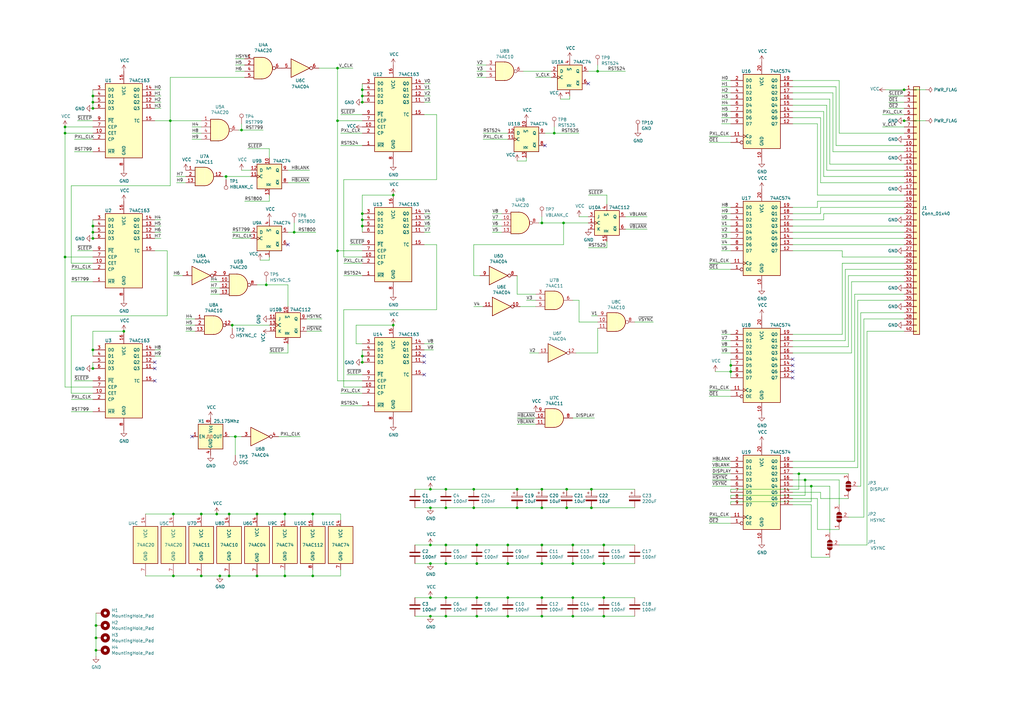
<source format=kicad_sch>
(kicad_sch (version 20211123) (generator eeschema)
  (paper "A3")
  (title_block (title "VGA Timing Generator") (date "2021-08-04") (rev "A"))
  (junction (at 182.88 231.14))
  (junction (at 182.88 245.11))
  (junction (at 109.22 116.84))
  (junction (at 39.37 266.7))
  (junction (at 208.28 231.14))
  (junction (at 176.53 231.14))
  (junction (at 247.65 252.73))
  (junction (at 148.59 41.91))
  (junction (at 232.41 208.28))
  (junction (at 138.43 27.94))
  (junction (at 208.28 245.11))
  (junction (at 195.58 245.11))
  (junction (at 182.88 208.28))
  (junction (at 38.1 143.51))
  (junction (at 332.74 199.39))
  (junction (at 138.43 102.87))
  (junction (at 182.88 200.66))
  (junction (at 71.12 210.82))
  (junction (at 176.53 200.66))
  (junction (at 161.29 133.35))
  (junction (at 116.84 210.82))
  (junction (at 38.1 41.91))
  (junction (at 195.58 231.14))
  (junction (at 222.25 208.28))
  (junction (at 208.28 223.52))
  (junction (at 148.59 87.63))
  (junction (at 222.25 223.52))
  (junction (at 182.88 252.73))
  (junction (at 50.8 135.89))
  (junction (at 194.31 200.66))
  (junction (at 176.53 223.52))
  (junction (at 195.58 223.52))
  (junction (at 88.9 210.82))
  (junction (at 39.37 256.54))
  (junction (at 148.59 39.37))
  (junction (at 96.52 179.07))
  (junction (at 38.1 97.79))
  (junction (at 232.41 200.66))
  (junction (at 148.59 146.05))
  (junction (at 234.95 245.11))
  (junction (at 71.12 236.22))
  (junction (at 194.31 208.28))
  (junction (at 26.67 52.07))
  (junction (at 38.1 151.13))
  (junction (at 176.53 245.11))
  (junction (at 69.85 49.53))
  (junction (at 39.37 261.62))
  (junction (at 116.84 236.22))
  (junction (at 242.57 200.66))
  (junction (at 148.59 92.71))
  (junction (at 212.09 208.28))
  (junction (at 222.25 245.11))
  (junction (at 38.1 95.25))
  (junction (at 222.25 252.73))
  (junction (at 247.65 231.14))
  (junction (at 222.25 200.66))
  (junction (at 299.72 152.4))
  (junction (at 370.84 36.83))
  (junction (at 370.84 49.53))
  (junction (at 38.1 39.37))
  (junction (at 95.25 133.35))
  (junction (at 299.72 149.86))
  (junction (at 234.95 252.73))
  (junction (at 330.2 196.85))
  (junction (at 176.53 252.73))
  (junction (at 176.53 208.28))
  (junction (at 222.25 91.44))
  (junction (at 231.14 91.44))
  (junction (at 212.09 200.66))
  (junction (at 327.66 194.31))
  (junction (at 105.41 210.82))
  (junction (at 161.29 80.01))
  (junction (at 195.58 252.73))
  (junction (at 105.41 236.22))
  (junction (at 93.98 236.22))
  (junction (at 82.55 210.82))
  (junction (at 26.67 54.61))
  (junction (at 208.28 252.73))
  (junction (at 128.27 210.82))
  (junction (at 247.65 223.52))
  (junction (at 99.06 53.34))
  (junction (at 222.25 231.14))
  (junction (at 120.65 95.25))
  (junction (at 242.57 208.28))
  (junction (at 182.88 223.52))
  (junction (at 245.11 29.21))
  (junction (at 92.71 72.39))
  (junction (at 128.27 236.22))
  (junction (at 38.1 44.45))
  (junction (at 227.33 54.61))
  (junction (at 26.67 105.41))
  (junction (at 93.98 210.82))
  (junction (at 90.17 236.22))
  (junction (at 234.95 223.52))
  (junction (at 138.43 49.53))
  (junction (at 38.1 92.71))
  (junction (at 234.95 231.14))
  (junction (at 148.59 36.83))
  (junction (at 148.59 90.17))
  (junction (at 247.65 245.11))
  (junction (at 82.55 236.22))
  (junction (at 148.59 148.59))
  (no_connect (at 325.12 147.32))
  (no_connect (at 63.5 151.13))
  (no_connect (at 325.12 149.86))
  (no_connect (at 78.74 179.07))
  (no_connect (at 241.3 34.29))
  (no_connect (at 173.99 146.05))
  (no_connect (at 223.52 59.69))
  (no_connect (at 173.99 148.59))
  (no_connect (at 118.11 100.33))
  (no_connect (at 325.12 154.94))
  (no_connect (at 63.5 148.59))
  (no_connect (at 63.5 156.21))
  (no_connect (at 325.12 152.4))
  (no_connect (at 173.99 153.67))
  (wire (pts (xy 148.59 158.75) (xy 140.97 158.75)))
  (wire (pts (xy 332.74 199.39) (xy 325.12 199.39)))
  (wire (pts (xy 38.1 90.17) (xy 38.1 92.71)))
  (wire (pts (xy 68.58 102.87) (xy 68.58 129.54)))
  (wire (pts (xy 340.36 199.39) (xy 332.74 199.39)))
  (wire (pts (xy 148.59 39.37) (xy 148.59 41.91)))
  (wire (pts (xy 370.84 128.27) (xy 353.06 128.27)))
  (wire (pts (xy 327.66 200.66) (xy 299.72 200.66)))
  (wire (pts (xy 332.74 228.6) (xy 340.36 228.6)))
  (wire (pts (xy 290.83 110.49) (xy 299.72 110.49)))
  (wire (pts (xy 92.71 73.66) (xy 92.71 72.39)))
  (wire (pts (xy 176.53 231.14) (xy 170.18 231.14)))
  (wire (pts (xy 290.83 58.42) (xy 299.72 58.42)))
  (wire (pts (xy 231.14 91.44) (xy 241.3 91.44)))
  (wire (pts (xy 234.95 223.52) (xy 247.65 223.52)))
  (wire (pts (xy 299.72 152.4) (xy 299.72 149.86)))
  (wire (pts (xy 295.91 92.71) (xy 299.72 92.71)))
  (wire (pts (xy 248.92 101.6) (xy 248.92 99.06)))
  (wire (pts (xy 370.84 54.61) (xy 344.17 54.61)))
  (wire (pts (xy 93.98 236.22) (xy 90.17 236.22)))
  (wire (pts (xy 370.84 59.69) (xy 342.9 59.69)))
  (wire (pts (xy 148.59 36.83) (xy 148.59 39.37)))
  (wire (pts (xy 95.25 134.62) (xy 95.25 133.35)))
  (wire (pts (xy 325.12 207.01) (xy 332.74 207.01)))
  (wire (pts (xy 290.83 160.02) (xy 299.72 160.02)))
  (wire (pts (xy 350.52 120.65) (xy 350.52 189.23)))
  (wire (pts (xy 355.6 223.52) (xy 344.17 223.52)))
  (wire (pts (xy 325.12 92.71) (xy 370.84 92.71)))
  (wire (pts (xy 337.82 87.63) (xy 370.84 87.63)))
  (wire (pts (xy 370.84 36.83) (xy 363.22 36.83)))
  (wire (pts (xy 139.7 166.37) (xy 148.59 166.37)))
  (wire (pts (xy 116.84 210.82) (xy 116.84 213.36)))
  (wire (pts (xy 148.59 146.05) (xy 148.59 143.51)))
  (wire (pts (xy 290.83 107.95) (xy 299.72 107.95)))
  (wire (pts (xy 295.91 38.1) (xy 299.72 38.1)))
  (wire (pts (xy 295.91 35.56) (xy 299.72 35.56)))
  (wire (pts (xy 146.05 133.35) (xy 161.29 133.35)))
  (wire (pts (xy 66.04 39.37) (xy 63.5 39.37)))
  (wire (pts (xy 140.97 113.03) (xy 148.59 113.03)))
  (wire (pts (xy 110.49 82.55) (xy 110.49 80.01)))
  (wire (pts (xy 105.41 236.22) (xy 116.84 236.22)))
  (wire (pts (xy 99.06 69.85) (xy 102.87 69.85)))
  (wire (pts (xy 234.95 245.11) (xy 222.25 245.11)))
  (wire (pts (xy 110.49 105.41) (xy 110.49 106.68)))
  (wire (pts (xy 144.78 27.94) (xy 138.43 27.94)))
  (wire (pts (xy 66.04 36.83) (xy 63.5 36.83)))
  (wire (pts (xy 38.1 135.89) (xy 50.8 135.89)))
  (wire (pts (xy 295.91 97.79) (xy 299.72 97.79)))
  (wire (pts (xy 299.72 205.74) (xy 299.72 207.01)))
  (wire (pts (xy 170.18 252.73) (xy 176.53 252.73)))
  (wire (pts (xy 143.51 100.33) (xy 148.59 100.33)))
  (wire (pts (xy 214.63 29.21) (xy 226.06 29.21)))
  (wire (pts (xy 227.33 52.07) (xy 227.33 54.61)))
  (wire (pts (xy 72.39 74.93) (xy 76.2 74.93)))
  (wire (pts (xy 176.53 252.73) (xy 182.88 252.73)))
  (wire (pts (xy 241.3 88.9) (xy 237.49 88.9)))
  (wire (pts (xy 330.2 196.85) (xy 344.17 196.85)))
  (wire (pts (xy 142.24 153.67) (xy 148.59 153.67)))
  (wire (pts (xy 212.09 208.28) (xy 194.31 208.28)))
  (wire (pts (xy 337.82 45.72) (xy 337.82 72.39)))
  (wire (pts (xy 260.35 231.14) (xy 247.65 231.14)))
  (wire (pts (xy 335.28 204.47) (xy 335.28 217.17)))
  (wire (pts (xy 339.09 43.18) (xy 325.12 43.18)))
  (wire (pts (xy 222.25 91.44) (xy 220.98 91.44)))
  (wire (pts (xy 38.1 143.51) (xy 38.1 135.89)))
  (wire (pts (xy 78.74 52.07) (xy 82.55 52.07)))
  (wire (pts (xy 295.91 50.8) (xy 299.72 50.8)))
  (wire (pts (xy 241.3 80.01) (xy 248.92 80.01)))
  (wire (pts (xy 110.49 106.68) (xy 106.68 106.68)))
  (wire (pts (xy 176.53 90.17) (xy 173.99 90.17)))
  (wire (pts (xy 110.49 144.78) (xy 118.11 144.78)))
  (wire (pts (xy 299.72 149.86) (xy 299.72 147.32)))
  (wire (pts (xy 182.88 252.73) (xy 195.58 252.73)))
  (wire (pts (xy 138.43 27.94) (xy 138.43 49.53)))
  (wire (pts (xy 139.7 210.82) (xy 139.7 213.36)))
  (wire (pts (xy 140.97 73.66) (xy 140.97 105.41)))
  (wire (pts (xy 370.84 107.95) (xy 345.44 107.95)))
  (wire (pts (xy 176.53 34.29) (xy 173.99 34.29)))
  (wire (pts (xy 223.52 54.61) (xy 227.33 54.61)))
  (wire (pts (xy 38.1 148.59) (xy 38.1 151.13)))
  (wire (pts (xy 330.2 203.2) (xy 299.72 203.2)))
  (wire (pts (xy 295.91 100.33) (xy 299.72 100.33)))
  (wire (pts (xy 76.2 133.35) (xy 80.01 133.35)))
  (wire (pts (xy 327.66 194.31) (xy 347.98 194.31)))
  (wire (pts (xy 208.28 245.11) (xy 195.58 245.11)))
  (wire (pts (xy 86.36 115.57) (xy 90.17 115.57)))
  (wire (pts (xy 39.37 251.46) (xy 39.37 256.54)))
  (wire (pts (xy 69.85 49.53) (xy 82.55 49.53)))
  (wire (pts (xy 195.58 26.67) (xy 199.39 26.67)))
  (wire (pts (xy 128.27 210.82) (xy 139.7 210.82)))
  (wire (pts (xy 95.25 97.79) (xy 102.87 97.79)))
  (wire (pts (xy 325.12 191.77) (xy 351.79 191.77)))
  (wire (pts (xy 247.65 231.14) (xy 234.95 231.14)))
  (wire (pts (xy 248.92 80.01) (xy 248.92 83.82)))
  (wire (pts (xy 194.31 200.66) (xy 212.09 200.66)))
  (wire (pts (xy 325.12 97.79) (xy 370.84 97.79)))
  (wire (pts (xy 118.11 144.78) (xy 118.11 140.97)))
  (wire (pts (xy 292.1 191.77) (xy 299.72 191.77)))
  (wire (pts (xy 201.93 90.17) (xy 205.74 90.17)))
  (wire (pts (xy 353.06 199.39) (xy 351.79 199.39)))
  (wire (pts (xy 96.52 29.21) (xy 100.33 29.21)))
  (wire (pts (xy 128.27 210.82) (xy 128.27 213.36)))
  (wire (pts (xy 105.41 116.84) (xy 109.22 116.84)))
  (wire (pts (xy 66.04 97.79) (xy 63.5 97.79)))
  (wire (pts (xy 327.66 194.31) (xy 327.66 200.66)))
  (wire (pts (xy 38.1 107.95) (xy 29.21 107.95)))
  (wire (pts (xy 182.88 245.11) (xy 176.53 245.11)))
  (wire (pts (xy 179.07 46.99) (xy 173.99 46.99)))
  (wire (pts (xy 295.91 33.02) (xy 299.72 33.02)))
  (wire (pts (xy 170.18 223.52) (xy 176.53 223.52)))
  (wire (pts (xy 336.55 48.26) (xy 325.12 48.26)))
  (wire (pts (xy 335.28 82.55) (xy 335.28 85.09)))
  (wire (pts (xy 88.9 210.82) (xy 93.98 210.82)))
  (wire (pts (xy 241.3 29.21) (xy 245.11 29.21)))
  (wire (pts (xy 148.59 87.63) (xy 148.59 80.01)))
  (wire (pts (xy 345.44 102.87) (xy 325.12 102.87)))
  (wire (pts (xy 234.95 123.19) (xy 237.49 123.19)))
  (wire (pts (xy 38.1 39.37) (xy 38.1 41.91)))
  (wire (pts (xy 29.21 129.54) (xy 68.58 129.54)))
  (wire (pts (xy 231.14 91.44) (xy 231.14 100.33)))
  (wire (pts (xy 176.53 39.37) (xy 173.99 39.37)))
  (wire (pts (xy 177.8 143.51) (xy 173.99 143.51)))
  (wire (pts (xy 179.07 46.99) (xy 179.07 73.66)))
  (wire (pts (xy 345.44 137.16) (xy 345.44 107.95)))
  (wire (pts (xy 39.37 256.54) (xy 39.37 261.62)))
  (wire (pts (xy 29.21 163.83) (xy 38.1 163.83)))
  (wire (pts (xy 31.75 102.87) (xy 38.1 102.87)))
  (wire (pts (xy 31.75 49.53) (xy 38.1 49.53)))
  (wire (pts (xy 140.97 127) (xy 179.07 127)))
  (wire (pts (xy 140.97 107.95) (xy 148.59 107.95)))
  (wire (pts (xy 99.06 50.8) (xy 99.06 53.34)))
  (wire (pts (xy 69.85 49.53) (xy 69.85 31.75)))
  (wire (pts (xy 325.12 201.93) (xy 336.55 201.93)))
  (wire (pts (xy 208.28 223.52) (xy 222.25 223.52)))
  (wire (pts (xy 325.12 50.8) (xy 335.28 50.8)))
  (wire (pts (xy 148.59 87.63) (xy 148.59 90.17)))
  (wire (pts (xy 370.84 115.57) (xy 349.25 115.57)))
  (wire (pts (xy 176.53 208.28) (xy 170.18 208.28)))
  (wire (pts (xy 201.93 95.25) (xy 205.74 95.25)))
  (wire (pts (xy 222.25 208.28) (xy 212.09 208.28)))
  (wire (pts (xy 82.55 236.22) (xy 71.12 236.22)))
  (wire (pts (xy 364.49 44.45) (xy 370.84 44.45)))
  (wire (pts (xy 212.09 66.04) (xy 215.9 66.04)))
  (wire (pts (xy 130.81 27.94) (xy 138.43 27.94)))
  (wire (pts (xy 292.1 194.31) (xy 299.72 194.31)))
  (wire (pts (xy 332.74 207.01) (xy 332.74 228.6)))
  (wire (pts (xy 265.43 88.9) (xy 256.54 88.9)))
  (wire (pts (xy 349.25 144.78) (xy 349.25 115.57)))
  (wire (pts (xy 195.58 245.11) (xy 182.88 245.11)))
  (wire (pts (xy 332.74 199.39) (xy 332.74 205.74)))
  (wire (pts (xy 336.55 85.09) (xy 370.84 85.09)))
  (wire (pts (xy 344.17 33.02) (xy 344.17 54.61)))
  (wire (pts (xy 247.65 223.52) (xy 260.35 223.52)))
  (wire (pts (xy 198.12 57.15) (xy 208.28 57.15)))
  (wire (pts (xy 140.97 105.41) (xy 148.59 105.41)))
  (wire (pts (xy 123.19 179.07) (xy 114.3 179.07)))
  (wire (pts (xy 26.67 105.41) (xy 26.67 158.75)))
  (wire (pts (xy 219.71 31.75) (xy 226.06 31.75)))
  (wire (pts (xy 66.04 146.05) (xy 63.5 146.05)))
  (wire (pts (xy 176.53 223.52) (xy 182.88 223.52)))
  (wire (pts (xy 38.1 52.07) (xy 26.67 52.07)))
  (wire (pts (xy 295.91 139.7) (xy 299.72 139.7)))
  (wire (pts (xy 139.7 54.61) (xy 148.59 54.61)))
  (wire (pts (xy 325.12 194.31) (xy 327.66 194.31)))
  (wire (pts (xy 78.74 57.15) (xy 82.55 57.15)))
  (wire (pts (xy 222.25 231.14) (xy 208.28 231.14)))
  (wire (pts (xy 176.53 245.11) (xy 170.18 245.11)))
  (wire (pts (xy 26.67 54.61) (xy 26.67 105.41)))
  (wire (pts (xy 110.49 60.96) (xy 110.49 64.77)))
  (wire (pts (xy 66.04 143.51) (xy 63.5 143.51)))
  (wire (pts (xy 198.12 54.61) (xy 208.28 54.61)))
  (wire (pts (xy 118.11 95.25) (xy 120.65 95.25)))
  (wire (pts (xy 139.7 161.29) (xy 148.59 161.29)))
  (wire (pts (xy 354.33 212.09) (xy 347.98 212.09)))
  (wire (pts (xy 299.72 154.94) (xy 299.72 152.4)))
  (wire (pts (xy 370.84 130.81) (xy 354.33 130.81)))
  (wire (pts (xy 245.11 29.21) (xy 256.54 29.21)))
  (wire (pts (xy 208.28 231.14) (xy 195.58 231.14)))
  (wire (pts (xy 39.37 261.62) (xy 39.37 266.7)))
  (wire (pts (xy 38.1 105.41) (xy 26.67 105.41)))
  (wire (pts (xy 325.12 87.63) (xy 336.55 87.63)))
  (wire (pts (xy 325.12 100.33) (xy 370.84 100.33)))
  (wire (pts (xy 222.25 245.11) (xy 208.28 245.11)))
  (wire (pts (xy 245.11 26.67) (xy 245.11 29.21)))
  (wire (pts (xy 222.25 252.73) (xy 234.95 252.73)))
  (wire (pts (xy 344.17 33.02) (xy 325.12 33.02)))
  (wire (pts (xy 195.58 223.52) (xy 208.28 223.52)))
  (wire (pts (xy 245.11 132.08) (xy 237.49 132.08)))
  (wire (pts (xy 176.53 87.63) (xy 173.99 87.63)))
  (wire (pts (xy 148.59 90.17) (xy 148.59 92.71)))
  (wire (pts (xy 227.33 54.61) (xy 237.49 54.61)))
  (wire (pts (xy 335.28 50.8) (xy 335.28 80.01)))
  (wire (pts (xy 335.28 80.01) (xy 370.84 80.01)))
  (wire (pts (xy 138.43 102.87) (xy 138.43 156.21)))
  (wire (pts (xy 78.74 54.61) (xy 82.55 54.61)))
  (wire (pts (xy 176.53 200.66) (xy 182.88 200.66)))
  (wire (pts (xy 213.36 125.73) (xy 219.71 125.73)))
  (wire (pts (xy 364.49 39.37) (xy 370.84 39.37)))
  (wire (pts (xy 196.85 113.03) (xy 194.31 113.03)))
  (wire (pts (xy 339.09 43.18) (xy 339.09 69.85)))
  (wire (pts (xy 116.84 236.22) (xy 128.27 236.22)))
  (wire (pts (xy 69.85 49.53) (xy 63.5 49.53)))
  (wire (pts (xy 182.88 208.28) (xy 194.31 208.28)))
  (wire (pts (xy 116.84 236.22) (xy 116.84 233.68)))
  (wire (pts (xy 140.97 158.75) (xy 140.97 127)))
  (wire (pts (xy 243.84 171.45) (xy 234.95 171.45)))
  (wire (pts (xy 232.41 208.28) (xy 222.25 208.28)))
  (wire (pts (xy 212.09 173.99) (xy 219.71 173.99)))
  (wire (pts (xy 148.59 92.71) (xy 148.59 95.25)))
  (wire (pts (xy 76.2 130.81) (xy 80.01 130.81)))
  (wire (pts (xy 247.65 245.11) (xy 234.95 245.11)))
  (wire (pts (xy 234.95 252.73) (xy 247.65 252.73)))
  (wire (pts (xy 139.7 236.22) (xy 139.7 233.68)))
  (wire (pts (xy 344.17 196.85) (xy 344.17 207.01)))
  (wire (pts (xy 86.36 120.65) (xy 90.17 120.65)))
  (wire (pts (xy 325.12 45.72) (xy 337.82 45.72)))
  (wire (pts (xy 370.84 120.65) (xy 350.52 120.65)))
  (wire (pts (xy 194.31 200.66) (xy 182.88 200.66)))
  (wire (pts (xy 215.9 123.19) (xy 219.71 123.19)))
  (wire (pts (xy 29.21 76.2) (xy 69.85 76.2)))
  (wire (pts (xy 176.53 36.83) (xy 173.99 36.83)))
  (wire (pts (xy 128.27 236.22) (xy 139.7 236.22)))
  (wire (pts (xy 92.71 72.39) (xy 102.87 72.39)))
  (wire (pts (xy 295.91 90.17) (xy 299.72 90.17)))
  (wire (pts (xy 39.37 266.7) (xy 39.37 269.24)))
  (wire (pts (xy 215.9 66.04) (xy 215.9 64.77)))
  (wire (pts (xy 195.58 231.14) (xy 182.88 231.14)))
  (wire (pts (xy 299.72 203.2) (xy 299.72 204.47)))
  (wire (pts (xy 325.12 196.85) (xy 330.2 196.85)))
  (wire (pts (xy 336.55 74.93) (xy 370.84 74.93)))
  (wire (pts (xy 233.68 40.64) (xy 233.68 39.37)))
  (wire (pts (xy 234.95 231.14) (xy 222.25 231.14)))
  (wire (pts (xy 245.11 134.62) (xy 245.11 144.78)))
  (wire (pts (xy 29.21 161.29) (xy 29.21 129.54)))
  (wire (pts (xy 109.22 116.84) (xy 118.11 116.84)))
  (wire (pts (xy 201.93 92.71) (xy 205.74 92.71)))
  (wire (pts (xy 97.79 53.34) (xy 99.06 53.34)))
  (wire (pts (xy 90.17 236.22) (xy 82.55 236.22)))
  (wire (pts (xy 292.1 199.39) (xy 299.72 199.39)))
  (wire (pts (xy 86.36 118.11) (xy 90.17 118.11)))
  (wire (pts (xy 295.91 48.26) (xy 299.72 48.26)))
  (wire (pts (xy 351.79 123.19) (xy 351.79 191.77)))
  (wire (pts (xy 370.84 123.19) (xy 351.79 123.19)))
  (wire (pts (xy 71.12 210.82) (xy 82.55 210.82)))
  (wire (pts (xy 101.6 60.96) (xy 110.49 60.96)))
  (wire (pts (xy 195.58 31.75) (xy 199.39 31.75)))
  (wire (pts (xy 336.55 87.63) (xy 336.55 85.09)))
  (wire (pts (xy 336.55 48.26) (xy 336.55 74.93)))
  (wire (pts (xy 217.17 144.78) (xy 220.98 144.78)))
  (wire (pts (xy 212.09 120.65) (xy 219.71 120.65)))
  (wire (pts (xy 182.88 208.28) (xy 176.53 208.28)))
  (wire (pts (xy 325.12 142.24) (xy 347.98 142.24)))
  (wire (pts (xy 232.41 200.66) (xy 242.57 200.66)))
  (wire (pts (xy 71.12 236.22) (xy 59.69 236.22)))
  (wire (pts (xy 335.28 217.17) (xy 344.17 217.17)))
  (wire (pts (xy 170.18 200.66) (xy 176.53 200.66)))
  (wire (pts (xy 370.84 62.23) (xy 341.63 62.23)))
  (wire (pts (xy 379.73 36.83) (xy 370.84 36.83)))
  (wire (pts (xy 295.91 144.78) (xy 299.72 144.78)))
  (wire (pts (xy 236.22 144.78) (xy 245.11 144.78)))
  (wire (pts (xy 299.72 152.4) (xy 293.37 152.4)))
  (wire (pts (xy 194.31 100.33) (xy 231.14 100.33)))
  (wire (pts (xy 69.85 76.2) (xy 69.85 49.53)))
  (wire (pts (xy 325.12 35.56) (xy 342.9 35.56)))
  (wire (pts (xy 346.71 139.7) (xy 346.71 110.49)))
  (wire (pts (xy 340.36 40.64) (xy 340.36 67.31)))
  (wire (pts (xy 82.55 210.82) (xy 88.9 210.82)))
  (wire (pts (xy 242.57 129.54) (xy 245.11 129.54)))
  (wire (pts (xy 222.25 88.9) (xy 222.25 91.44)))
  (wire (pts (xy 342.9 35.56) (xy 342.9 59.69)))
  (wire (pts (xy 295.91 137.16) (xy 299.72 137.16)))
  (wire (pts (xy 299.72 200.66) (xy 299.72 201.93)))
  (wire (pts (xy 370.84 82.55) (xy 335.28 82.55)))
  (wire (pts (xy 96.52 179.07) (xy 96.52 186.69)))
  (wire (pts (xy 325.12 139.7) (xy 346.71 139.7)))
  (wire (pts (xy 370.84 69.85) (xy 339.09 69.85)))
  (wire (pts (xy 148.59 80.01) (xy 161.29 80.01)))
  (wire (pts (xy 95.25 133.35) (xy 110.49 133.35)))
  (wire (pts (xy 93.98 179.07) (xy 96.52 179.07)))
  (wire (pts (xy 38.1 92.71) (xy 38.1 95.25)))
  (wire (pts (xy 260.35 208.28) (xy 242.57 208.28)))
  (wire (pts (xy 26.67 158.75) (xy 38.1 158.75)))
  (wire (pts (xy 229.87 40.64) (xy 233.68 40.64)))
  (wire (pts (xy 30.48 156.21) (xy 38.1 156.21)))
  (wire (pts (xy 208.28 252.73) (xy 222.25 252.73)))
  (wire (pts (xy 120.65 91.44) (xy 120.65 95.25)))
  (wire (pts (xy 325.12 204.47) (xy 335.28 204.47)))
  (wire (pts (xy 370.84 67.31) (xy 340.36 67.31)))
  (wire (pts (xy 332.74 205.74) (xy 299.72 205.74)))
  (wire (pts (xy 148.59 156.21) (xy 138.43 156.21)))
  (wire (pts (xy 148.59 146.05) (xy 148.59 148.59)))
  (wire (pts (xy 290.83 55.88) (xy 299.72 55.88)))
  (wire (pts (xy 91.44 72.39) (xy 92.71 72.39)))
  (wire (pts (xy 96.52 179.07) (xy 99.06 179.07)))
  (wire (pts (xy 127 74.93) (xy 118.11 74.93)))
  (wire (pts (xy 194.31 125.73) (xy 198.12 125.73)))
  (wire (pts (xy 179.07 100.33) (xy 173.99 100.33)))
  (wire (pts (xy 194.31 113.03) (xy 194.31 100.33)))
  (wire (pts (xy 212.09 113.03) (xy 212.09 120.65)))
  (wire (pts (xy 105.41 236.22) (xy 93.98 236.22)))
  (wire (pts (xy 118.11 116.84) (xy 118.11 125.73)))
  (wire (pts (xy 341.63 38.1) (xy 325.12 38.1)))
  (wire (pts (xy 292.1 189.23) (xy 299.72 189.23)))
  (wire (pts (xy 38.1 41.91) (xy 38.1 44.45)))
  (wire (pts (xy 96.52 24.13) (xy 100.33 24.13)))
  (wire (pts (xy 140.97 73.66) (xy 179.07 73.66)))
  (wire (pts (xy 353.06 128.27) (xy 353.06 199.39)))
  (wire (pts (xy 370.84 113.03) (xy 347.98 113.03)))
  (wire (pts (xy 237.49 123.19) (xy 237.49 132.08)))
  (wire (pts (xy 29.21 168.91) (xy 38.1 168.91)))
  (wire (pts (xy 241.3 101.6) (xy 248.92 101.6)))
  (wire (pts (xy 105.41 210.82) (xy 116.84 210.82)))
  (wire (pts (xy 30.48 62.23) (xy 38.1 62.23)))
  (wire (pts (xy 127 69.85) (xy 118.11 69.85)))
  (wire (pts (xy 242.57 208.28) (xy 232.41 208.28)))
  (wire (pts (xy 295.91 102.87) (xy 299.72 102.87)))
  (wire (pts (xy 212.09 200.66) (xy 222.25 200.66)))
  (wire (pts (xy 325.12 189.23) (xy 350.52 189.23)))
  (wire (pts (xy 345.44 105.41) (xy 345.44 102.87)))
  (wire (pts (xy 59.69 210.82) (xy 71.12 210.82)))
  (wire (pts (xy 295.91 142.24) (xy 299.72 142.24)))
  (wire (pts (xy 336.55 201.93) (xy 336.55 204.47)))
  (wire (pts (xy 100.33 82.55) (xy 110.49 82.55)))
  (wire (pts (xy 120.65 95.25) (xy 129.54 95.25)))
  (wire (pts (xy 26.67 52.07) (xy 26.67 54.61)))
  (wire (pts (xy 132.08 135.89) (xy 125.73 135.89)))
  (wire (pts (xy 38.1 95.25) (xy 38.1 97.79)))
  (wire (pts (xy 354.33 130.81) (xy 354.33 212.09)))
  (wire (pts (xy 146.05 140.97) (xy 148.59 140.97)))
  (wire (pts (xy 66.04 90.17) (xy 63.5 90.17)))
  (wire (pts (xy 66.04 41.91) (xy 63.5 41.91)))
  (wire (pts (xy 361.95 46.99) (xy 370.84 46.99)))
  (wire (pts (xy 95.25 95.25) (xy 102.87 95.25)))
  (wire (pts (xy 138.43 49.53) (xy 138.43 102.87)))
  (wire (pts (xy 290.83 214.63) (xy 299.72 214.63)))
  (wire (pts (xy 93.98 210.82) (xy 105.41 210.82)))
  (wire (pts (xy 336.55 204.47) (xy 347.98 204.47)))
  (wire (pts (xy 29.21 115.57) (xy 38.1 115.57)))
  (wire (pts (xy 347.98 142.24) (xy 347.98 113.03)))
  (wire (pts (xy 38.1 161.29) (xy 29.21 161.29)))
  (wire (pts (xy 361.95 52.07) (xy 370.84 52.07)))
  (wire (pts (xy 222.25 200.66) (xy 232.41 200.66)))
  (wire (pts (xy 179.07 127) (xy 179.07 100.33)))
  (wire (pts (xy 370.84 135.89) (xy 355.6 135.89)))
  (wire (pts (xy 109.22 116.84) (xy 109.22 115.57)))
  (wire (pts (xy 201.93 87.63) (xy 205.74 87.63)))
  (wire (pts (xy 38.1 143.51) (xy 38.1 146.05)))
  (wire (pts (xy 128.27 236.22) (xy 128.27 233.68)))
  (wire (pts (xy 231.14 91.44) (xy 222.25 91.44)))
  (wire (pts (xy 292.1 196.85) (xy 299.72 196.85)))
  (wire (pts (xy 66.04 44.45) (xy 63.5 44.45)))
  (wire (pts (xy 267.97 132.08) (xy 260.35 132.08)))
  (wire (pts (xy 370.84 110.49) (xy 346.71 110.49)))
  (wire (pts (xy 325.12 137.16) (xy 345.44 137.16)))
  (wire (pts (xy 72.39 72.39) (xy 76.2 72.39)))
  (wire (pts (xy 222.25 223.52) (xy 234.95 223.52)))
  (wire (pts (xy 295.91 87.63) (xy 299.72 87.63)))
  (wire (pts (xy 38.1 36.83) (xy 38.1 39.37)))
  (wire (pts (xy 247.65 252.73) (xy 260.35 252.73)))
  (wire (pts (xy 96.52 26.67) (xy 100.33 26.67)))
  (wire (pts (xy 138.43 49.53) (xy 148.59 49.53)))
  (wire (pts (xy 176.53 95.25) (xy 173.99 95.25)))
  (wire (pts (xy 340.36 218.44) (xy 340.36 199.39)))
  (wire (pts (xy 325.12 144.78) (xy 349.25 144.78)))
  (wire (pts (xy 182.88 223.52) (xy 195.58 223.52)))
  (wire (pts (xy 71.12 113.03) (xy 74.93 113.03)))
  (wire (pts (xy 364.49 41.91) (xy 370.84 41.91)))
  (wire (pts (xy 242.57 200.66) (xy 260.35 200.66)))
  (wire (pts (xy 370.84 105.41) (xy 345.44 105.41)))
  (wire (pts (xy 295.91 40.64) (xy 299.72 40.64)))
  (wire (pts (xy 337.82 72.39) (xy 370.84 72.39)))
  (wire (pts (xy 66.04 95.25) (xy 63.5 95.25)))
  (wire (pts (xy 195.58 29.21) (xy 199.39 29.21)))
  (wire (pts (xy 146.05 133.35) (xy 146.05 140.97)))
  (wire (pts (xy 195.58 252.73) (xy 208.28 252.73)))
  (wire (pts (xy 290.83 162.56) (xy 299.72 162.56)))
  (wire (pts (xy 176.53 92.71) (xy 173.99 92.71)))
  (wire (pts (xy 295.91 45.72) (xy 299.72 45.72)))
  (wire (pts (xy 132.08 130.81) (xy 125.73 130.81)))
  (wire (pts (xy 355.6 135.89) (xy 355.6 223.52)))
  (wire (pts (xy 265.43 93.98) (xy 256.54 93.98)))
  (wire (pts (xy 116.84 210.82) (xy 128.27 210.82)))
  (wire (pts (xy 325.12 95.25) (xy 370.84 95.25)))
  (wire (pts (xy 325.12 40.64) (xy 340.36 40.64)))
  (wire (pts (xy 325.12 90.17) (xy 337.82 90.17)))
  (wire (pts (xy 330.2 196.85) (xy 330.2 203.2)))
  (wire (pts (xy 68.58 102.87) (xy 63.5 102.87)))
  (wire (pts (xy 260.35 245.11) (xy 247.65 245.11)))
  (wire (pts (xy 176.53 41.91) (xy 173.99 41.91)))
  (wire (pts (xy 212.09 171.45) (xy 219.71 171.45)))
  (wire (pts (xy 139.7 59.69) (xy 148.59 59.69)))
  (wire (pts (xy 182.88 231.14) (xy 176.53 231.14)))
  (wire (pts (xy 69.85 31.75) (xy 100.33 31.75)))
  (wire (pts (xy 177.8 140.97) (xy 173.99 140.97)))
  (wire (pts (xy 295.91 43.18) (xy 299.72 43.18)))
  (wire (pts (xy 30.48 57.15) (xy 38.1 57.15)))
  (wire (pts (xy 148.59 34.29) (xy 148.59 36.83)))
  (wire (pts (xy 295.91 85.09) (xy 299.72 85.09)))
  (wire (pts (xy 290.83 212.09) (xy 299.72 212.09)))
  (wire (pts (xy 66.04 92.71) (xy 63.5 92.71)))
  (wire (pts (xy 379.73 49.53) (xy 370.84 49.53)))
  (wire (pts (xy 325.12 85.09) (xy 335.28 85.09)))
  (wire (pts (xy 99.06 53.34) (xy 107.95 53.34)))
  (wire (pts (xy 337.82 90.17) (xy 337.82 87.63)))
  (wire (pts (xy 29.21 110.49) (xy 38.1 110.49)))
  (wire (pts (xy 341.63 38.1) (xy 341.63 62.23)))
  (wire (pts (xy 148.59 102.87) (xy 138.43 102.87)))
  (wire (pts (xy 295.91 95.25) (xy 299.72 95.25)))
  (wire (pts (xy 29.21 107.95) (xy 29.21 76.2)))
  (wire (pts (xy 139.7 46.99) (xy 148.59 46.99)))
  (wire (pts (xy 26.67 54.61) (xy 38.1 54.61)))
  (wire (pts (xy 76.2 135.89) (xy 80.01 135.89)))
  (label "RST799" (at 107.95 53.34 180))
  (label "H4" (at 86.36 115.57 0))
  (label "PXL_CLK" (at 95.25 97.79 0))
  (label "VBLANK" (at 292.1 191.77 0))
  (label "~{SLEEP}" (at 241.3 80.01 0))
  (label "RST524" (at 256.54 29.21 180))
  (label "H5" (at 295.91 45.72 0))
  (label "~{SLEEP}" (at 31.75 102.87 0))
  (label "V5" (at 201.93 95.25 0))
  (label "H6" (at 66.04 95.25 180))
  (label "H9" (at 78.74 57.15 0))
  (label "H3" (at 66.04 44.45 180))
  (label "PXL_CLK" (at 30.48 57.15 0))
  (label "H5" (at 66.04 92.71 180))
  (label "V9" (at 195.58 31.75 0))
  (label "H9" (at 86.36 120.65 0))
  (label "V2" (at 295.91 95.25 0))
  (label "RST800" (at 129.54 95.25 180))
  (label "PXL_CLK" (at 361.95 46.99 0))
  (label "H3" (at 295.91 40.64 0))
  (label "H7" (at 72.39 72.39 0))
  (label "H4" (at 78.74 52.07 0))
  (label "V6" (at 201.93 92.71 0))
  (label "V4" (at 194.31 125.73 0))
  (label "H2" (at 295.91 38.1 0))
  (label "H4" (at 295.91 43.18 0))
  (label "RST799" (at 30.48 62.23 0))
  (label "H7" (at 295.91 50.8 0))
  (label "V1" (at 295.91 92.71 0))
  (label "DISPLAY" (at 292.1 194.31 0))
  (label "HSYNC" (at 132.08 130.81 180))
  (label "V8" (at 177.8 140.97 180))
  (label "V9" (at 295.91 144.78 0))
  (label "H0" (at 66.04 36.83 180))
  (label "~{OE1}" (at 290.83 110.49 0))
  (label "~{SLEEP}" (at 31.75 49.53 0))
  (label "V0" (at 176.53 34.29 180))
  (label "RST524" (at 140.97 113.03 0))
  (label "PXL_CLK" (at 290.83 212.09 0))
  (label "~{SLEEP}" (at 143.51 100.33 0))
  (label "PXL_CLK" (at 290.83 160.02 0))
  (label "H5" (at 96.52 26.67 0))
  (label "~{VBLANK}" (at 212.09 173.99 0))
  (label "RST799" (at 29.21 115.57 0))
  (label "V5" (at 176.53 90.17 180))
  (label "V6" (at 295.91 137.16 0))
  (label "~{OE1}" (at 364.49 41.91 0))
  (label "PXL_CLK" (at 139.7 161.29 0))
  (label "H8" (at 66.04 143.51 180))
  (label "~{HSYNC}" (at 292.1 196.85 0))
  (label "~{VSYNC}" (at 267.97 132.08 180))
  (label "V2" (at 176.53 39.37 180))
  (label "H9" (at 72.39 74.93 0))
  (label "V2" (at 195.58 26.67 0))
  (label "H8" (at 295.91 85.09 0))
  (label "HSYNC" (at 96.52 24.13 0))
  (label "H1" (at 295.91 35.56 0))
  (label "H5" (at 76.2 133.35 0))
  (label "V0" (at 295.91 90.17 0))
  (label "V2" (at 217.17 144.78 0))
  (label "~{HSYNC}" (at 132.08 135.89 180))
  (label "RST799" (at 95.25 95.25 0))
  (label "DISPLAY" (at 243.84 171.45 180))
  (label "V_CLK" (at 144.78 27.94 180))
  (label "V1" (at 176.53 36.83 180))
  (label "H1" (at 66.04 39.37 180))
  (label "~{HBLANK}" (at 127 74.93 180))
  (label "~{SLEEP}" (at 364.49 39.37 0))
  (label "V3" (at 176.53 41.91 180))
  (label "~{SLEEP}" (at 139.7 46.99 0))
  (label "H6" (at 76.2 135.89 0))
  (label "RST525" (at 241.3 101.6 0))
  (label "~{OE2}" (at 290.83 214.63 0))
  (label "RST524" (at 198.12 54.61 0))
  (label "H9" (at 66.04 146.05 180))
  (label "V3" (at 215.9 123.19 0))
  (label "H6" (at 96.52 29.21 0))
  (label "V3" (at 195.58 29.21 0))
  (label "H6" (at 71.12 113.03 0))
  (label "H4" (at 76.2 130.81 0))
  (label "PXL_CLK" (at 140.97 107.95 0))
  (label "PXL_CLK" (at 290.83 55.88 0))
  (label "PXL_CLK" (at 198.12 57.15 0))
  (label "~{SLEEP}" (at 110.49 144.78 0))
  (label "RST525" (at 237.49 54.61 180))
  (label "H2" (at 66.04 41.91 180))
  (label "RST524" (at 139.7 166.37 0))
  (label "V4" (at 176.53 87.63 180))
  (label "PXL_CLK" (at 123.19 179.07 180))
  (label "V7" (at 295.91 139.7 0))
  (label "V9" (at 177.8 143.51 180))
  (label "H4" (at 66.04 90.17 180))
  (label "PXL_CLK" (at 29.21 110.49 0))
  (label "H8" (at 78.74 54.61 0))
  (label "V8" (at 295.91 142.24 0))
  (label "~{OE1}" (at 290.83 58.42 0))
  (label "HBLANK" (at 292.1 189.23 0))
  (label "H0" (at 295.91 33.02 0))
  (label "~{OE2}" (at 364.49 44.45 0))
  (label "RST800" (at 100.33 82.55 0))
  (label "V_CLK" (at 361.95 52.07 0))
  (label "PXL_CLK" (at 29.21 163.83 0))
  (label "VBLANK" (at 265.43 88.9 180))
  (label "V3" (at 295.91 97.79 0))
  (label "~{SLEEP}" (at 101.6 60.96 0))
  (label "V4" (at 295.91 100.33 0))
  (label "~{HBLANK}" (at 212.09 171.45 0))
  (label "H6" (at 295.91 48.26 0))
  (label "V8" (at 201.93 87.63 0))
  (label "PXL_CLK" (at 290.83 107.95 0))
  (label "V_CLK" (at 219.71 31.75 0))
  (label "H9" (at 295.91 87.63 0))
  (label "V7" (at 176.53 95.25 180))
  (label "H7" (at 86.36 118.11 0))
  (label "V7" (at 201.93 90.17 0))
  (label "~{SLEEP}" (at 30.48 156.21 0))
  (label "RST799" (at 29.21 168.91 0))
  (label "HBLANK" (at 127 69.85 180))
  (label "V6" (at 176.53 92.71 180))
  (label "H7" (at 66.04 97.79 180))
  (label "~{SLEEP}" (at 142.24 153.67 0))
  (label "~{VSYNC}" (at 292.1 199.39 0))
  (label "PXL_CLK" (at 139.7 54.61 0))
  (label "V1" (at 242.57 129.54 0))
  (label "V5" (at 295.91 102.87 0))
  (label "~{OE1}" (at 290.83 162.56 0))
  (label "RST524" (at 139.7 59.69 0))
  (label "~{VBLANK}" (at 265.43 93.98 180))
  (symbol (lib_id "74xx:74LS163") (at 50.8 49.53 0) (unit 1)
    (property "Reference" "U1" (at 44.45 33.02 0))
    (property "Value" "74AC163" (at 57.15 33.02 0))
    (property "Footprint" "Package_DIP:DIP-16_W7.62mm_Socket" (effects hide))
    (property "Datasheet" "https://www.ti.com/lit/ds/symlink/cd54ac163.pdf" (effects hide))
  )
  (symbol (lib_id "74xx:74LS163") (at 50.8 102.87 0) (unit 1)
    (property "Reference" "U2" (at 44.45 86.36 0))
    (property "Value" "74AC163" (at 57.15 86.36 0))
    (property "Footprint" "Package_DIP:DIP-16_W7.62mm_Socket" (effects hide))
    (property "Datasheet" "https://www.ti.com/lit/ds/symlink/cd54ac163.pdf" (effects hide))
  )
  (symbol (lib_id "74xx:74LS163") (at 50.8 156.21 0) (unit 1)
    (property "Reference" "U3" (at 44.45 139.7 0))
    (property "Value" "74AC163" (at 57.15 139.7 0))
    (property "Footprint" "Package_DIP:DIP-16_W7.62mm_Socket" (effects hide))
    (property "Datasheet" "https://www.ti.com/lit/ds/symlink/cd54ac163.pdf" (effects hide))
  )
  (symbol (lib_id "power:GND") (at 50.8 69.85 0) (unit 1)
    (property "Reference" "#PWR06" (effects hide))
    (property "Value" "GND" (at 50.927 74.2442 0))
  )
  (symbol (lib_id "power:VCC") (at 50.8 82.55 0) (unit 1)
    (property "Reference" "#PWR07" (effects hide))
    (property "Value" "VCC" (at 51.181 78.1558 0))
  )
  (symbol (lib_id "power:VCC") (at 50.8 135.89 0) (unit 1)
    (property "Reference" "#PWR09" (effects hide))
    (property "Value" "VCC" (at 51.181 131.4958 0))
  )
  (symbol (lib_id "power:GND") (at 50.8 123.19 0) (unit 1)
    (property "Reference" "#PWR08" (effects hide))
    (property "Value" "GND" (at 50.927 127.5842 0))
  )
  (symbol (lib_id "power:GND") (at 50.8 176.53 0) (unit 1)
    (property "Reference" "#PWR010" (effects hide))
    (property "Value" "GND" (at 50.927 180.9242 0))
  )
  (symbol (lib_id "power:VCC") (at 50.8 29.21 0) (unit 1)
    (property "Reference" "#PWR05" (effects hide))
    (property "Value" "VCC" (at 51.181 24.8158 0))
  )
  (symbol (lib_id "Oscillator:CXO_DIP8") (at 86.36 179.07 0) (unit 1)
    (property "Reference" "X1" (at 81.28 172.72 0) (effects (justify left)))
    (property "Value" "25.175Mhz" (at 87.63 172.72 0) (effects (justify left)))
    (property "Footprint" "Oscillator:Oscillator_DIP-8" (effects hide))
    (property "Datasheet" "http://cdn-reichelt.de/documents/datenblatt/B400/OSZI.pdf" (effects hide))
  )
  (symbol (lib_id "power:VCC") (at 86.36 171.45 0) (unit 1)
    (property "Reference" "#PWR012" (effects hide))
    (property "Value" "VCC" (at 86.741 167.0558 0))
  )
  (symbol (lib_id "power:GND") (at 86.36 186.69 0) (unit 1)
    (property "Reference" "#PWR013" (effects hide))
    (property "Value" "GND" (at 86.487 191.0842 0))
  )
  (symbol (lib_id "74xx:74LS20") (at 90.17 53.34 0) (unit 1)
    (property "Reference" "U5" (at 90.17 43.815 0))
    (property "Value" "74AC20" (at 90.17 46.1264 0))
    (property "Footprint" "Package_DIP:DIP-14_W7.62mm_Socket" (effects hide))
    (property "Datasheet" "http://www.ti.com/lit/gpn/sn74LS20" (effects hide))
  )
  (symbol (lib_id "power:VCC") (at 99.06 69.85 0) (unit 1)
    (property "Reference" "#PWR016" (effects hide))
    (property "Value" "VCC" (at 99.441 65.4558 0))
  )
  (symbol (lib_id "74xx:74LS74") (at 110.49 97.79 0) (unit 1)
    (property "Reference" "U9" (at 105.41 91.44 0))
    (property "Value" "74AC74" (at 115.57 91.44 0))
    (property "Footprint" "Package_DIP:DIP-14_W7.62mm_Socket" (effects hide))
    (property "Datasheet" "https://www.mouser.com/datasheet/2/149/74AC74-17555.pdf" (effects hide))
  )
  (symbol (lib_id "power:VCC") (at 110.49 90.17 0) (unit 1)
    (property "Reference" "#PWR018" (effects hide))
    (property "Value" "VCC" (at 110.871 85.7758 0))
  )
  (symbol (lib_id "power:VCC") (at 106.68 106.68 0) (unit 1)
    (property "Reference" "#PWR017" (effects hide))
    (property "Value" "VCC" (at 104.14 104.14 0))
  )
  (symbol (lib_id "power:GND") (at 38.1 97.79 270) (unit 1)
    (property "Reference" "#PWR03" (effects hide))
    (property "Value" "GND" (at 34.8488 97.917 90) (effects (justify right)))
  )
  (symbol (lib_id "power:GND") (at 38.1 151.13 270) (unit 1)
    (property "Reference" "#PWR04" (effects hide))
    (property "Value" "GND" (at 34.8488 151.257 90) (effects (justify right)))
  )
  (symbol (lib_id "power:GND") (at 38.1 44.45 270) (unit 1)
    (property "Reference" "#PWR02" (effects hide))
    (property "Value" "GND" (at 34.8488 44.577 90) (effects (justify right)))
  )
  (symbol (lib_id "74xx:74LS574") (at 312.42 45.72 0) (unit 1)
    (property "Reference" "U16" (at 306.07 29.21 0))
    (property "Value" "74AC574" (at 320.04 29.21 0))
    (property "Footprint" "Package_DIP:DIP-20_W7.62mm_Socket" (effects hide))
    (property "Datasheet" "https://www.ti.com/lit/ds/symlink/sn74ac574.pdf" (effects hide))
  )
  (symbol (lib_id "power:VCC") (at 312.42 25.4 0) (unit 1)
    (property "Reference" "#PWR043" (effects hide))
    (property "Value" "VCC" (at 312.801 21.0058 0))
  )
  (symbol (lib_id "power:GND") (at 312.42 66.04 0) (unit 1)
    (property "Reference" "#PWR044" (effects hide))
    (property "Value" "GND" (at 312.547 70.4342 0))
  )
  (symbol (lib_id "74xx:74LS574") (at 312.42 97.79 0) (unit 1)
    (property "Reference" "U17" (at 306.07 81.28 0))
    (property "Value" "74AC574" (at 320.04 81.28 0))
    (property "Footprint" "Package_DIP:DIP-20_W7.62mm_Socket" (effects hide))
    (property "Datasheet" "https://www.ti.com/lit/ds/symlink/sn74ac574.pdf" (effects hide))
  )
  (symbol (lib_id "power:VCC") (at 312.42 77.47 0) (unit 1)
    (property "Reference" "#PWR045" (effects hide))
    (property "Value" "VCC" (at 312.801 73.0758 0))
  )
  (symbol (lib_id "power:GND") (at 312.42 118.11 0) (unit 1)
    (property "Reference" "#PWR046" (effects hide))
    (property "Value" "GND" (at 312.547 122.5042 0))
  )
  (symbol (lib_id "74xx:74LS574") (at 312.42 149.86 0) (unit 1)
    (property "Reference" "U18" (at 306.07 133.35 0))
    (property "Value" "74AC574" (at 320.04 133.35 0))
    (property "Footprint" "Package_DIP:DIP-20_W7.62mm_Socket" (effects hide))
    (property "Datasheet" "https://www.ti.com/lit/ds/symlink/sn74ac574.pdf" (effects hide))
  )
  (symbol (lib_id "power:VCC") (at 312.42 129.54 0) (unit 1)
    (property "Reference" "#PWR047" (effects hide))
    (property "Value" "VCC" (at 312.801 125.1458 0))
  )
  (symbol (lib_id "power:GND") (at 312.42 170.18 0) (unit 1)
    (property "Reference" "#PWR048" (effects hide))
    (property "Value" "GND" (at 312.547 174.5742 0))
  )
  (symbol (lib_id "power:VCC") (at 363.22 36.83 90) (unit 1)
    (property "Reference" "#PWR051" (effects hide))
    (property "Value" "VCC" (at 358.8258 36.449 90))
  )
  (symbol (lib_id "74xx:74LS04") (at 106.68 179.07 0) (unit 2)
    (property "Reference" "U6" (at 106.68 184.15 0))
    (property "Value" "74AC04" (at 106.68 186.69 0))
    (property "Footprint" "Package_DIP:DIP-14_W7.62mm_Socket" (effects hide))
    (property "Datasheet" "http://www.ti.com/lit/gpn/sn74AC04" (effects hide))
  )
  (symbol (lib_id "74xx:74LS163") (at 161.29 46.99 0) (unit 1)
    (property "Reference" "U12" (at 154.94 30.48 0))
    (property "Value" "74AC163" (at 167.64 30.48 0))
    (property "Footprint" "Package_DIP:DIP-16_W7.62mm_Socket" (effects hide))
    (property "Datasheet" "https://www.ti.com/lit/ds/symlink/cd54ac163.pdf" (effects hide))
  )
  (symbol (lib_id "74xx:74LS163") (at 161.29 100.33 0) (unit 1)
    (property "Reference" "U13" (at 154.94 83.82 0))
    (property "Value" "74AC163" (at 167.64 83.82 0))
    (property "Footprint" "Package_DIP:DIP-16_W7.62mm_Socket" (effects hide))
    (property "Datasheet" "https://www.ti.com/lit/ds/symlink/cd54ac163.pdf" (effects hide))
  )
  (symbol (lib_id "74xx:74LS163") (at 161.29 153.67 0) (unit 1)
    (property "Reference" "U14" (at 154.94 137.16 0))
    (property "Value" "74AC163" (at 167.64 137.16 0))
    (property "Footprint" "Package_DIP:DIP-16_W7.62mm_Socket" (effects hide))
    (property "Datasheet" "https://www.ti.com/lit/ds/symlink/cd54ac163.pdf" (effects hide))
  )
  (symbol (lib_id "power:GND") (at 161.29 67.31 0) (unit 1)
    (property "Reference" "#PWR025" (effects hide))
    (property "Value" "GND" (at 161.417 71.7042 0))
  )
  (symbol (lib_id "power:VCC") (at 161.29 80.01 0) (unit 1)
    (property "Reference" "#PWR026" (effects hide))
    (property "Value" "VCC" (at 161.671 75.6158 0))
  )
  (symbol (lib_id "power:VCC") (at 161.29 133.35 0) (unit 1)
    (property "Reference" "#PWR028" (effects hide))
    (property "Value" "VCC" (at 161.671 128.9558 0))
  )
  (symbol (lib_id "power:GND") (at 161.29 120.65 0) (unit 1)
    (property "Reference" "#PWR027" (effects hide))
    (property "Value" "GND" (at 161.417 125.0442 0))
  )
  (symbol (lib_id "power:GND") (at 161.29 173.99 0) (unit 1)
    (property "Reference" "#PWR029" (effects hide))
    (property "Value" "GND" (at 161.417 178.3842 0))
  )
  (symbol (lib_id "power:VCC") (at 161.29 26.67 0) (unit 1)
    (property "Reference" "#PWR024" (effects hide))
    (property "Value" "VCC" (at 161.671 22.2758 0))
  )
  (symbol (lib_id "power:GND") (at 148.59 148.59 270) (unit 1)
    (property "Reference" "#PWR023" (effects hide))
    (property "Value" "GND" (at 145.3388 148.717 90) (effects (justify right)))
  )
  (symbol (lib_id "power:GND") (at 148.59 41.91 270) (unit 1)
    (property "Reference" "#PWR021" (effects hide))
    (property "Value" "GND" (at 145.3388 42.037 90) (effects (justify right)))
  )
  (symbol (lib_id "power:VCC") (at 26.67 52.07 0) (unit 1)
    (property "Reference" "#PWR01" (effects hide))
    (property "Value" "VCC" (at 27.051 47.6758 0))
  )
  (symbol (lib_id "74xx:74LS04") (at 82.55 113.03 0) (unit 1)
    (property "Reference" "U6" (at 82.55 104.9782 0))
    (property "Value" "74AC04" (at 82.55 107.2896 0))
    (property "Footprint" "Package_DIP:DIP-14_W7.62mm_Socket" (effects hide))
    (property "Datasheet" "http://www.ti.com/lit/gpn/sn74AC04" (effects hide))
  )
  (symbol (lib_id "74xx:74LS20") (at 213.36 91.44 0) (unit 2)
    (property "Reference" "U4" (at 213.36 81.915 0))
    (property "Value" "74AC20" (at 213.36 84.2264 0))
    (property "Footprint" "Package_DIP:DIP-14_W7.62mm_Socket" (effects hide))
    (property "Datasheet" "https://www.mouser.com/datasheet/2/308/74ac20-1190261.pdf" (effects hide))
  )
  (symbol (lib_id "74xx:74LS74") (at 233.68 31.75 0) (unit 1)
    (property "Reference" "U11" (at 228.6 25.4 0))
    (property "Value" "74AC74" (at 238.76 25.4 0))
    (property "Footprint" "Package_DIP:DIP-14_W7.62mm_Socket" (effects hide))
    (property "Datasheet" "https://www.mouser.com/datasheet/2/149/74AC74-17555.pdf" (effects hide))
  )
  (symbol (lib_id "power:VCC") (at 233.68 24.13 0) (unit 1)
    (property "Reference" "#PWR040" (effects hide))
    (property "Value" "VCC" (at 234.061 19.7358 0))
  )
  (symbol (lib_id "power:VCC") (at 229.87 40.64 0) (unit 1)
    (property "Reference" "#PWR039" (effects hide))
    (property "Value" "VCC" (at 227.33 38.1 0))
  )
  (symbol (lib_id "power:PWR_FLAG") (at 379.73 36.83 270) (unit 1)
    (property "Reference" "#FLG01" (effects hide))
    (property "Value" "PWR_FLAG" (at 382.9558 36.83 90) (effects (justify left)))
  )
  (symbol (lib_id "power:VCC") (at 148.59 52.07 90) (unit 1)
    (property "Reference" "#PWR022" (effects hide))
    (property "Value" "VCC" (at 144.1958 51.689 90))
  )
  (symbol (lib_id "74xx:74LS112") (at 118.11 133.35 0) (unit 2)
    (property "Reference" "U10" (at 113.03 127 0))
    (property "Value" "74AC112" (at 123.19 127 0))
    (property "Footprint" "Package_DIP:DIP-16_W7.62mm_Socket" (effects hide))
    (property "Datasheet" "http://www.ti.com/lit/gpn/sn74LS112" (effects hide))
  )
  (symbol (lib_id "power:GND") (at 110.49 130.81 270) (unit 1)
    (property "Reference" "#PWR019" (effects hide))
    (property "Value" "GND" (at 106.0958 130.937 0))
  )
  (symbol (lib_id "74xx:74LS10") (at 87.63 133.35 0) (unit 1)
    (property "Reference" "U8" (at 87.63 125.095 0))
    (property "Value" "74AC10" (at 87.63 127.4064 0))
    (property "Footprint" "Package_DIP:DIP-14_W7.62mm_Socket" (effects hide))
    (property "Datasheet" "http://www.ti.com/lit/gpn/sn74LS10" (effects hide))
  )
  (symbol (lib_id "74xx:74LS04") (at 123.19 27.94 0) (unit 3)
    (property "Reference" "U6" (at 123.19 33.02 0))
    (property "Value" "74AC04" (at 123.19 35.56 0))
    (property "Footprint" "Package_DIP:DIP-14_W7.62mm_Socket" (effects hide))
    (property "Datasheet" "http://www.ti.com/lit/gpn/sn74AC04" (effects hide))
  )
  (symbol (lib_id "power:VCC") (at 76.2 69.85 0) (unit 1)
    (property "Reference" "#PWR011" (effects hide))
    (property "Value" "VCC" (at 76.581 65.4558 0))
  )
  (symbol (lib_id "74xx:74LS10") (at 207.01 29.21 0) (unit 2)
    (property "Reference" "U8" (at 207.01 20.955 0))
    (property "Value" "74AC10" (at 207.01 23.2664 0))
    (property "Footprint" "Package_DIP:DIP-14_W7.62mm_Socket" (effects hide))
    (property "Datasheet" "http://www.ti.com/lit/gpn/sn74LS10" (effects hide))
  )
  (symbol (lib_id "power:VCC") (at 237.49 88.9 0) (unit 1)
    (property "Reference" "#PWR041" (effects hide))
    (property "Value" "VCC" (at 237.871 84.5058 0))
  )
  (symbol (lib_id "Device:C") (at 194.31 204.47 0) (unit 1)
    (property "Reference" "C24" (at 197.231 203.3016 0) (effects (justify left)))
    (property "Value" "100nF" (at 197.231 205.613 0) (effects (justify left)))
    (property "Footprint" "Capacitor_THT:C_Disc_D3.4mm_W2.1mm_P2.50mm" (effects hide))
  )
  (symbol (lib_id "74xx:74LS112") (at 248.92 91.44 0) (unit 1)
    (property "Reference" "U10" (at 243.84 85.09 0))
    (property "Value" "74AC112" (at 254 85.09 0))
    (property "Footprint" "Package_DIP:DIP-16_W7.62mm_Socket" (effects hide))
    (property "Datasheet" "http://www.ti.com/lit/gpn/sn74LS112" (effects hide))
  )
  (symbol (lib_id "power:GND") (at 241.3 93.98 0) (unit 1)
    (property "Reference" "#PWR042" (effects hide))
    (property "Value" "GND" (at 241.427 98.3742 0))
  )
  (symbol (lib_id "power:VCC") (at 312.42 181.61 0) (unit 1)
    (property "Reference" "#PWR049" (effects hide))
    (property "Value" "VCC" (at 312.801 177.2158 0))
  )
  (symbol (lib_id "power:GND") (at 312.42 222.25 0) (unit 1)
    (property "Reference" "#PWR050" (effects hide))
    (property "Value" "GND" (at 312.547 226.6442 0))
  )
  (symbol (lib_id "74xx:74LS574") (at 312.42 201.93 0) (unit 1)
    (property "Reference" "U19" (at 306.07 185.42 0))
    (property "Value" "74AC574" (at 320.04 185.42 0))
    (property "Footprint" "Package_DIP:DIP-20_W7.62mm_Socket" (effects hide))
    (property "Datasheet" "https://www.ti.com/lit/ds/symlink/sn74ac574.pdf" (effects hide))
  )
  (symbol (lib_id "power:VCC") (at 219.71 168.91 0) (unit 1)
    (property "Reference" "#PWR038" (effects hide))
    (property "Value" "VCC" (at 220.091 164.5158 0))
  )
  (symbol (lib_id "74xx:74LS74") (at 215.9 57.15 0) (unit 2)
    (property "Reference" "U11" (at 210.82 50.8 0))
    (property "Value" "74AC74" (at 220.98 50.8 0))
    (property "Footprint" "Package_DIP:DIP-14_W7.62mm_Socket" (effects hide))
    (property "Datasheet" "https://www.mouser.com/datasheet/2/149/74AC74-17555.pdf" (effects hide))
  )
  (symbol (lib_id "power:VCC") (at 212.09 66.04 0) (unit 1)
    (property "Reference" "#PWR036" (effects hide))
    (property "Value" "VCC" (at 209.55 63.5 0))
  )
  (symbol (lib_id "power:VCC") (at 215.9 49.53 0) (unit 1)
    (property "Reference" "#PWR037" (effects hide))
    (property "Value" "VCC" (at 216.281 45.1358 0))
  )
  (symbol (lib_id "74xx:74LS04") (at 205.74 125.73 0) (unit 5)
    (property "Reference" "U6" (at 205.74 117.6782 0))
    (property "Value" "74AC04" (at 205.74 119.9896 0))
    (property "Footprint" "Package_DIP:DIP-14_W7.62mm_Socket" (effects hide))
    (property "Datasheet" "http://www.ti.com/lit/gpn/sn74AC04" (effects hide))
  )
  (symbol (lib_id "74xx:74LS10") (at 252.73 132.08 0) (unit 3)
    (property "Reference" "U8" (at 252.73 123.825 0))
    (property "Value" "74AC10" (at 252.73 126.1364 0))
    (property "Footprint" "Package_DIP:DIP-14_W7.62mm_Socket" (effects hide))
    (property "Datasheet" "http://www.ti.com/lit/gpn/sn74LS10" (effects hide))
  )
  (symbol (lib_id "74xx:74LS04") (at 228.6 144.78 0) (unit 6)
    (property "Reference" "U6" (at 228.6 136.7282 0))
    (property "Value" "74AC04" (at 228.6 139.0396 0))
    (property "Footprint" "Package_DIP:DIP-14_W7.62mm_Socket" (effects hide))
    (property "Datasheet" "http://www.ti.com/lit/gpn/sn74AC04" (effects hide))
  )
  (symbol (lib_id "74xx:74LS04") (at 204.47 113.03 0) (unit 4)
    (property "Reference" "U6" (at 204.47 104.9782 0))
    (property "Value" "74AC04" (at 204.47 107.2896 0))
    (property "Footprint" "Package_DIP:DIP-14_W7.62mm_Socket" (effects hide))
    (property "Datasheet" "http://www.ti.com/lit/gpn/sn74AC04" (effects hide))
  )
  (symbol (lib_id "power:GND") (at 370.84 49.53 270) (unit 1)
    (property "Reference" "#PWR052" (effects hide))
    (property "Value" "GND" (at 368.3 49.53 90) (effects (justify right)))
  )
  (symbol (lib_id "Connector_Generic:Conn_01x40") (at 375.92 85.09 0) (unit 1)
    (property "Reference" "J1" (at 377.952 85.2932 0) (effects (justify left)))
    (property "Value" "Conn_01x40" (at 377.952 87.6046 0) (effects (justify left)))
    (property "Footprint" "Connector_IDC:IDC-Header_2x20_P2.54mm_Vertical" (effects hide))
  )
  (symbol (lib_id "power:VCC") (at 110.49 135.89 90) (unit 1)
    (property "Reference" "#PWR020" (effects hide))
    (property "Value" "VCC" (at 107.95 138.43 0))
  )
  (symbol (lib_id "74xx:74LS20") (at 97.79 116.84 0) (unit 2)
    (property "Reference" "U5" (at 97.79 107.315 0))
    (property "Value" "74AC20" (at 97.79 109.6264 0))
    (property "Footprint" "Package_DIP:DIP-14_W7.62mm_Socket" (effects hide))
    (property "Datasheet" "https://www.mouser.com/datasheet/2/308/74ac20-1190261.pdf" (effects hide))
  )
  (symbol (lib_id "power:GND") (at 370.84 133.35 270) (unit 1)
    (property "Reference" "#PWR060" (effects hide))
    (property "Value" "GND" (at 368.3 133.35 90) (effects (justify right)))
  )
  (symbol (lib_id "power:GND") (at 370.84 125.73 270) (unit 1)
    (property "Reference" "#PWR059" (effects hide))
    (property "Value" "GND" (at 368.3 125.73 90) (effects (justify right)))
  )
  (symbol (lib_id "power:GND") (at 370.84 118.11 270) (unit 1)
    (property "Reference" "#PWR058" (effects hide))
    (property "Value" "GND" (at 368.3 118.11 90) (effects (justify right)))
  )
  (symbol (lib_id "power:GND") (at 370.84 57.15 270) (unit 1)
    (property "Reference" "#PWR053" (effects hide))
    (property "Value" "GND" (at 368.3 57.15 90) (effects (justify right)))
  )
  (symbol (lib_id "power:GND") (at 370.84 64.77 270) (unit 1)
    (property "Reference" "#PWR054" (effects hide))
    (property "Value" "GND" (at 368.3 64.77 90) (effects (justify right)))
  )
  (symbol (lib_id "power:GND") (at 370.84 90.17 270) (unit 1)
    (property "Reference" "#PWR056" (effects hide))
    (property "Value" "GND" (at 368.3 90.17 90) (effects (justify right)))
  )
  (symbol (lib_id "power:GND") (at 370.84 102.87 270) (unit 1)
    (property "Reference" "#PWR057" (effects hide))
    (property "Value" "GND" (at 368.3 102.87 90) (effects (justify right)))
  )
  (symbol (lib_id "power:VCC") (at 293.37 152.4 0) (unit 1)
    (property "Reference" "#PWR061" (effects hide))
    (property "Value" "VCC" (at 293.751 148.0058 0))
  )
  (symbol (lib_id "Jumper:SolderJumper_3_Open") (at 347.98 199.39 90) (unit 1)
    (property "Reference" "JP3" (at 359.41 198.12 90) (effects (justify left)))
    (property "Value" "DISPLAY" (at 364.49 200.66 90) (effects (justify left)))
    (property "Footprint" "Jumper:SolderJumper-3_P1.3mm_Open_RoundedPad1.0x1.5mm" (effects hide))
  )
  (symbol (lib_id "Jumper:SolderJumper_3_Open") (at 344.17 212.09 90) (unit 1)
    (property "Reference" "JP2" (at 359.41 210.82 90) (effects (justify left)))
    (property "Value" "HSYNC" (at 363.22 213.36 90) (effects (justify left)))
    (property "Footprint" "Jumper:SolderJumper-3_P1.3mm_Open_RoundedPad1.0x1.5mm" (effects hide))
  )
  (symbol (lib_id "74xx:74LS11") (at 83.82 72.39 0) (unit 1)
    (property "Reference" "U7" (at 83.82 64.135 0))
    (property "Value" "74AC11" (at 83.82 66.4464 0))
    (property "Footprint" "Package_DIP:DIP-14_W7.62mm_Socket" (effects hide))
    (property "Datasheet" "http://www.ti.com/lit/gpn/sn74LS11" (effects hide))
  )
  (symbol (lib_id "74xx:74LS74") (at 110.49 72.39 0) (unit 2)
    (property "Reference" "U9" (at 105.41 66.04 0))
    (property "Value" "74AC74" (at 115.57 66.04 0))
    (property "Footprint" "Package_DIP:DIP-14_W7.62mm_Socket" (effects hide))
    (property "Datasheet" "https://www.mouser.com/datasheet/2/149/74AC74-17555.pdf" (effects hide))
  )
  (symbol (lib_id "74xx:74LS11") (at 227.33 123.19 0) (unit 2)
    (property "Reference" "U7" (at 227.33 114.935 0))
    (property "Value" "74AC11" (at 227.33 117.2464 0))
    (property "Footprint" "Package_DIP:DIP-14_W7.62mm_Socket" (effects hide))
    (property "Datasheet" "http://www.ti.com/lit/gpn/sn74LS11" (effects hide))
  )
  (symbol (lib_id "74xx:74LS11") (at 227.33 171.45 0) (unit 3)
    (property "Reference" "U7" (at 227.33 163.195 0))
    (property "Value" "74AC11" (at 227.33 165.5064 0))
    (property "Footprint" "Package_DIP:DIP-14_W7.62mm_Socket" (effects hide))
    (property "Datasheet" "http://www.ti.com/lit/gpn/sn74LS11" (effects hide))
  )
  (symbol (lib_id "74xx:74LS20") (at 107.95 27.94 0) (unit 1)
    (property "Reference" "U4" (at 107.95 18.415 0))
    (property "Value" "74AC20" (at 107.95 20.7264 0))
    (property "Footprint" "Package_DIP:DIP-14_W7.62mm_Socket" (effects hide))
    (property "Datasheet" "http://www.ti.com/lit/gpn/sn74LS20" (effects hide))
  )
  (symbol (lib_id "Jumper:SolderJumper_3_Open") (at 340.36 223.52 90) (unit 1)
    (property "Reference" "JP1" (at 359.41 222.25 90) (effects (justify left)))
    (property "Value" "VSYNC" (at 363.22 224.79 90) (effects (justify left)))
    (property "Footprint" "Jumper:SolderJumper-3_P1.3mm_Open_RoundedPad1.0x1.5mm" (effects hide))
  )
  (symbol (lib_id "power:PWR_FLAG") (at 379.73 49.53 270) (unit 1)
    (property "Reference" "#FLG02" (effects hide))
    (property "Value" "PWR_FLAG" (at 382.9558 49.53 90) (effects (justify left)))
  )
  (symbol (lib_id "power:GND") (at 370.84 77.47 270) (unit 1)
    (property "Reference" "#PWR055" (effects hide))
    (property "Value" "GND" (at 368.3 77.47 90) (effects (justify right)))
  )
  (symbol (lib_id "74xx:74LS20") (at 59.69 223.52 0) (unit 3)
    (property "Reference" "U4" (at 54.61 214.63 0))
    (property "Value" "74AC20" (at 59.69 223.52 0))
    (property "Footprint" "Package_DIP:DIP-14_W7.62mm_Socket" (effects hide))
    (property "Datasheet" "https://www.mouser.com/datasheet/2/308/74ac20-1190261.pdf" (effects hide))
  )
  (symbol (lib_id "74xx:74LS20") (at 71.12 223.52 0) (unit 3)
    (property "Reference" "U5" (at 67.31 214.63 0))
    (property "Value" "74AC20" (at 71.12 223.52 0))
    (property "Footprint" "Package_DIP:DIP-14_W7.62mm_Socket" (effects hide))
    (property "Datasheet" "https://www.mouser.com/datasheet/2/308/74ac20-1190261.pdf" (effects hide))
  )
  (symbol (lib_id "74xx:74LS11") (at 82.55 223.52 0) (unit 4)
    (property "Reference" "U7" (at 78.74 214.63 0))
    (property "Value" "74AC11" (at 82.55 223.52 0))
    (property "Footprint" "Package_DIP:DIP-14_W7.62mm_Socket" (effects hide))
    (property "Datasheet" "http://www.ti.com/lit/gpn/sn74LS11" (effects hide))
  )
  (symbol (lib_id "74xx:74LS10") (at 93.98 223.52 0) (unit 4)
    (property "Reference" "U8" (at 90.17 214.63 0))
    (property "Value" "74AC10" (at 93.98 223.52 0))
    (property "Footprint" "Package_DIP:DIP-14_W7.62mm_Socket" (effects hide))
    (property "Datasheet" "http://www.ti.com/lit/gpn/sn74LS10" (effects hide))
  )
  (symbol (lib_id "74xx:74LS04") (at 105.41 223.52 0) (unit 7)
    (property "Reference" "U6" (at 101.6 214.63 0))
    (property "Value" "74AC04" (at 105.41 223.52 0))
    (property "Footprint" "Package_DIP:DIP-14_W7.62mm_Socket" (effects hide))
    (property "Datasheet" "http://www.ti.com/lit/gpn/sn74AC04" (effects hide))
  )
  (symbol (lib_id "74xx:74LS74") (at 116.84 223.52 0) (unit 3)
    (property "Reference" "U9" (at 111.76 214.63 0))
    (property "Value" "74AC74" (at 116.84 223.52 0))
    (property "Footprint" "Package_DIP:DIP-14_W7.62mm_Socket" (effects hide))
    (property "Datasheet" "https://www.mouser.com/datasheet/2/149/74AC74-17555.pdf" (effects hide))
  )
  (symbol (lib_id "74xx:74LS112") (at 128.27 223.52 0) (unit 3)
    (property "Reference" "U10" (at 123.19 214.63 0))
    (property "Value" "74AC112" (at 128.27 223.52 0))
    (property "Footprint" "Package_DIP:DIP-16_W7.62mm_Socket" (effects hide))
    (property "Datasheet" "http://www.ti.com/lit/gpn/sn74LS112" (effects hide))
  )
  (symbol (lib_id "74xx:74LS74") (at 139.7 223.52 0) (unit 3)
    (property "Reference" "U11" (at 134.62 214.63 0))
    (property "Value" "74AC74" (at 139.7 223.52 0))
    (property "Footprint" "Package_DIP:DIP-14_W7.62mm_Socket" (effects hide))
    (property "Datasheet" "https://www.mouser.com/datasheet/2/149/74AC74-17555.pdf" (effects hide))
  )
  (symbol (lib_id "power:GND") (at 90.17 236.22 0) (unit 1)
    (property "Reference" "#PWR015" (effects hide))
    (property "Value" "GND" (at 90.297 240.6142 0))
  )
  (symbol (lib_id "power:VCC") (at 88.9 210.82 0) (unit 1)
    (property "Reference" "#PWR014" (effects hide))
    (property "Value" "VCC" (at 89.281 206.4258 0))
  )
  (symbol (lib_id "Device:C") (at 170.18 227.33 0) (unit 1)
    (property "Reference" "C2" (at 173.101 226.1616 0) (effects (justify left)))
    (property "Value" "100nF" (at 173.101 228.473 0) (effects (justify left)))
    (property "Footprint" "Capacitor_THT:C_Disc_D3.4mm_W2.1mm_P2.50mm" (effects hide))
  )
  (symbol (lib_id "Device:C") (at 182.88 227.33 0) (unit 1)
    (property "Reference" "C5" (at 185.801 226.1616 0) (effects (justify left)))
    (property "Value" "100nF" (at 185.801 228.473 0) (effects (justify left)))
    (property "Footprint" "Capacitor_THT:C_Disc_D3.4mm_W2.1mm_P2.50mm" (effects hide))
  )
  (symbol (lib_id "Device:C") (at 195.58 227.33 0) (unit 1)
    (property "Reference" "C7" (at 198.501 226.1616 0) (effects (justify left)))
    (property "Value" "100nF" (at 198.501 228.473 0) (effects (justify left)))
    (property "Footprint" "Capacitor_THT:C_Disc_D3.4mm_W2.1mm_P2.50mm" (effects hide))
  )
  (symbol (lib_id "Device:C") (at 208.28 227.33 0) (unit 1)
    (property "Reference" "C9" (at 211.201 226.1616 0) (effects (justify left)))
    (property "Value" "100nF" (at 211.201 228.473 0) (effects (justify left)))
    (property "Footprint" "Capacitor_THT:C_Disc_D3.4mm_W2.1mm_P2.50mm" (effects hide))
  )
  (symbol (lib_id "Device:C") (at 222.25 227.33 0) (unit 1)
    (property "Reference" "C11" (at 225.171 226.1616 0) (effects (justify left)))
    (property "Value" "100nF" (at 225.171 228.473 0) (effects (justify left)))
    (property "Footprint" "Capacitor_THT:C_Disc_D3.4mm_W2.1mm_P2.50mm" (effects hide))
  )
  (symbol (lib_id "Device:C") (at 234.95 227.33 0) (unit 1)
    (property "Reference" "C13" (at 237.871 226.1616 0) (effects (justify left)))
    (property "Value" "100nF" (at 237.871 228.473 0) (effects (justify left)))
    (property "Footprint" "Capacitor_THT:C_Disc_D3.4mm_W2.1mm_P2.50mm" (effects hide))
  )
  (symbol (lib_id "Device:C") (at 247.65 227.33 0) (unit 1)
    (property "Reference" "C15" (at 250.571 226.1616 0) (effects (justify left)))
    (property "Value" "100nF" (at 250.571 228.473 0) (effects (justify left)))
    (property "Footprint" "Capacitor_THT:C_Disc_D3.4mm_W2.1mm_P2.50mm" (effects hide))
  )
  (symbol (lib_id "Device:C") (at 260.35 227.33 0) (unit 1)
    (property "Reference" "C17" (at 263.271 226.1616 0) (effects (justify left)))
    (property "Value" "100nF" (at 263.271 228.473 0) (effects (justify left)))
    (property "Footprint" "Capacitor_THT:C_Disc_D3.4mm_W2.1mm_P2.50mm" (effects hide))
  )
  (symbol (lib_id "Device:C") (at 170.18 248.92 0) (unit 1)
    (property "Reference" "C3" (at 173.101 247.7516 0) (effects (justify left)))
    (property "Value" "100nF" (at 173.101 250.063 0) (effects (justify left)))
    (property "Footprint" "Capacitor_THT:C_Disc_D3.4mm_W2.1mm_P2.50mm" (effects hide))
  )
  (symbol (lib_id "Device:C") (at 182.88 248.92 0) (unit 1)
    (property "Reference" "C6" (at 185.801 247.7516 0) (effects (justify left)))
    (property "Value" "100nF" (at 185.801 250.063 0) (effects (justify left)))
    (property "Footprint" "Capacitor_THT:C_Disc_D3.4mm_W2.1mm_P2.50mm" (effects hide))
  )
  (symbol (lib_id "Device:C") (at 195.58 248.92 0) (unit 1)
    (property "Reference" "C8" (at 198.501 247.7516 0) (effects (justify left)))
    (property "Value" "100nF" (at 198.501 250.063 0) (effects (justify left)))
    (property "Footprint" "Capacitor_THT:C_Disc_D3.4mm_W2.1mm_P2.50mm" (effects hide))
  )
  (symbol (lib_id "Device:C") (at 208.28 248.92 0) (unit 1)
    (property "Reference" "C10" (at 211.201 247.7516 0) (effects (justify left)))
    (property "Value" "100nF" (at 211.201 250.063 0) (effects (justify left)))
    (property "Footprint" "Capacitor_THT:C_Disc_D3.4mm_W2.1mm_P2.50mm" (effects hide))
  )
  (symbol (lib_id "Device:C") (at 222.25 248.92 0) (unit 1)
    (property "Reference" "C12" (at 225.171 247.7516 0) (effects (justify left)))
    (property "Value" "100nF" (at 225.171 250.063 0) (effects (justify left)))
    (property "Footprint" "Capacitor_THT:C_Disc_D3.4mm_W2.1mm_P2.50mm" (effects hide))
  )
  (symbol (lib_id "Device:C") (at 234.95 248.92 0) (unit 1)
    (property "Reference" "C14" (at 237.871 247.7516 0) (effects (justify left)))
    (property "Value" "100nF" (at 237.871 250.063 0) (effects (justify left)))
    (property "Footprint" "Capacitor_THT:C_Disc_D3.4mm_W2.1mm_P2.50mm" (effects hide))
  )
  (symbol (lib_id "Device:C") (at 247.65 248.92 0) (unit 1)
    (property "Reference" "C16" (at 250.571 247.7516 0) (effects (justify left)))
    (property "Value" "100nF" (at 250.571 250.063 0) (effects (justify left)))
    (property "Footprint" "Capacitor_THT:C_Disc_D3.4mm_W2.1mm_P2.50mm" (effects hide))
  )
  (symbol (lib_id "Device:C") (at 260.35 248.92 0) (unit 1)
    (property "Reference" "C18" (at 263.271 247.7516 0) (effects (justify left)))
    (property "Value" "100nF" (at 263.271 250.063 0) (effects (justify left)))
    (property "Footprint" "Capacitor_THT:C_Disc_D3.4mm_W2.1mm_P2.50mm" (effects hide))
  )
  (symbol (lib_id "Device:C") (at 170.18 204.47 0) (unit 1)
    (property "Reference" "C1" (at 173.101 203.3016 0) (effects (justify left)))
    (property "Value" "100nF" (at 173.101 205.613 0) (effects (justify left)))
    (property "Footprint" "Capacitor_THT:C_Disc_D3.4mm_W2.1mm_P2.50mm" (effects hide))
  )
  (symbol (lib_id "Device:C") (at 182.88 204.47 0) (unit 1)
    (property "Reference" "C4" (at 185.801 203.3016 0) (effects (justify left)))
    (property "Value" "100nF" (at 185.801 205.613 0) (effects (justify left)))
    (property "Footprint" "Capacitor_THT:C_Disc_D3.4mm_W2.1mm_P2.50mm" (effects hide))
  )
  (symbol (lib_id "power:GND") (at 176.53 208.28 0) (unit 1)
    (property "Reference" "#PWR031" (effects hide))
    (property "Value" "GND" (at 176.657 212.6742 0))
  )
  (symbol (lib_id "power:GND") (at 176.53 231.14 0) (unit 1)
    (property "Reference" "#PWR033" (effects hide))
    (property "Value" "GND" (at 176.657 235.5342 0))
  )
  (symbol (lib_id "power:GND") (at 176.53 252.73 0) (unit 1)
    (property "Reference" "#PWR035" (effects hide))
    (property "Value" "GND" (at 176.657 257.1242 0))
  )
  (symbol (lib_id "power:VCC") (at 176.53 200.66 0) (unit 1)
    (property "Reference" "#PWR030" (effects hide))
    (property "Value" "VCC" (at 176.911 196.2658 0))
  )
  (symbol (lib_id "power:VCC") (at 176.53 223.52 0) (unit 1)
    (property "Reference" "#PWR032" (effects hide))
    (property "Value" "VCC" (at 176.911 219.1258 0))
  )
  (symbol (lib_id "power:VCC") (at 176.53 245.11 0) (unit 1)
    (property "Reference" "#PWR034" (effects hide))
    (property "Value" "VCC" (at 176.911 240.7158 0))
  )
  (symbol (lib_id "Device:C_Polarized") (at 212.09 204.47 0) (unit 1)
    (property "Reference" "C19" (at 215.0872 203.3016 0) (effects (justify left)))
    (property "Value" "10uF" (at 215.0872 205.613 0) (effects (justify left)))
    (property "Footprint" "Capacitor_THT:CP_Radial_D4.0mm_P2.00mm" (effects hide))
  )
  (symbol (lib_id "Device:C_Polarized") (at 222.25 204.47 0) (unit 1)
    (property "Reference" "C20" (at 225.2472 203.3016 0) (effects (justify left)))
    (property "Value" "10uF" (at 225.2472 205.613 0) (effects (justify left)))
    (property "Footprint" "Capacitor_THT:CP_Radial_D4.0mm_P2.00mm" (effects hide))
  )
  (symbol (lib_id "Device:C_Polarized") (at 232.41 204.47 0) (unit 1)
    (property "Reference" "C21" (at 235.4072 203.3016 0) (effects (justify left)))
    (property "Value" "10uF" (at 235.4072 205.613 0) (effects (justify left)))
    (property "Footprint" "Capacitor_THT:CP_Radial_D4.0mm_P2.00mm" (effects hide))
  )
  (symbol (lib_id "Device:C_Polarized") (at 242.57 204.47 0) (unit 1)
    (property "Reference" "C22" (at 245.5672 203.3016 0) (effects (justify left)))
    (property "Value" "10uF" (at 245.5672 205.613 0) (effects (justify left)))
    (property "Footprint" "Capacitor_THT:CP_Radial_D4.0mm_P2.00mm" (effects hide))
  )
  (symbol (lib_id "Device:C_Polarized") (at 260.35 204.47 0) (unit 1)
    (property "Reference" "C23" (at 263.3472 203.3016 0) (effects (justify left)))
    (property "Value" "220uF" (at 263.3472 205.613 0) (effects (justify left)))
    (property "Footprint" "Capacitor_THT:CP_Radial_D6.3mm_P2.50mm" (effects hide))
  )
  (symbol (lib_id "Connector:TestPoint") (at 96.52 186.69 180) (unit 1)
    (property "Reference" "TP3" (at 97.9932 187.3504 0) (effects (justify right)))
    (property "Value" "OSC" (at 97.9932 189.6618 0) (effects (justify right)))
    (property "Footprint" "TestPoint:TestPoint_Loop_D2.60mm_Drill1.6mm_Beaded" (effects hide))
  )
  (symbol (lib_id "Mechanical:MountingHole_Pad") (at 41.91 251.46 270) (unit 1)
    (property "Reference" "H1" (at 45.72 250.2916 90) (effects (justify left)))
    (property "Value" "MountingHole_Pad" (at 45.72 252.603 90) (effects (justify left)))
    (property "Footprint" "MountingHole:MountingHole_2.5mm_Pad" (effects hide))
  )
  (symbol (lib_id "Mechanical:MountingHole_Pad") (at 41.91 256.54 270) (unit 1)
    (property "Reference" "H2" (at 45.72 255.3716 90) (effects (justify left)))
    (property "Value" "MountingHole_Pad" (at 45.72 257.683 90) (effects (justify left)))
    (property "Footprint" "MountingHole:MountingHole_2.5mm_Pad" (effects hide))
  )
  (symbol (lib_id "Mechanical:MountingHole_Pad") (at 41.91 261.62 270) (unit 1)
    (property "Reference" "H3" (at 45.72 260.4516 90) (effects (justify left)))
    (property "Value" "MountingHole_Pad" (at 45.72 262.763 90) (effects (justify left)))
    (property "Footprint" "MountingHole:MountingHole_2.5mm_Pad" (effects hide))
  )
  (symbol (lib_id "Mechanical:MountingHole_Pad") (at 41.91 266.7 270) (unit 1)
    (property "Reference" "H4" (at 45.72 265.5316 90) (effects (justify left)))
    (property "Value" "MountingHole_Pad" (at 45.72 267.843 90) (effects (justify left)))
    (property "Footprint" "MountingHole:MountingHole_2.5mm_Pad" (effects hide))
  )
  (symbol (lib_id "power:GND") (at 39.37 269.24 0) (unit 1)
    (property "Reference" "#PWR0101" (effects hide))
    (property "Value" "GND" (at 39.497 273.6342 0))
  )
  (symbol (lib_id "Connector:TestPoint") (at 99.06 50.8 0) (unit 1)
    (property "Reference" "TP4" (at 100.5332 47.8028 0) (effects (justify left)))
    (property "Value" "RST799" (at 100.5332 50.1142 0) (effects (justify left)))
    (property "Footprint" "TestPoint:TestPoint_Loop_D2.60mm_Drill1.6mm_Beaded" (effects hide))
  )
  (symbol (lib_id "Connector:TestPoint") (at 120.65 91.44 0) (unit 1)
    (property "Reference" "TP6" (at 122.1232 88.4428 0) (effects (justify left)))
    (property "Value" "RST800" (at 122.1232 90.7542 0) (effects (justify left)))
    (property "Footprint" "TestPoint:TestPoint_Loop_D2.60mm_Drill1.6mm_Beaded" (effects hide))
  )
  (symbol (lib_id "Connector:TestPoint") (at 92.71 73.66 180) (unit 1)
    (property "Reference" "TP1" (at 94.1832 74.3204 0) (effects (justify right)))
    (property "Value" "HBLANK_C" (at 94.1832 76.6318 0) (effects (justify right)))
    (property "Footprint" "TestPoint:TestPoint_Loop_D2.60mm_Drill1.6mm_Beaded" (effects hide))
  )
  (symbol (lib_id "Connector:TestPoint") (at 95.25 134.62 180) (unit 1)
    (property "Reference" "TP2" (at 96.7232 135.2804 0) (effects (justify right)))
    (property "Value" "HSYNC_C" (at 96.7232 137.5918 0) (effects (justify right)))
    (property "Footprint" "TestPoint:TestPoint_Loop_D2.60mm_Drill1.6mm_Beaded" (effects hide))
  )
  (symbol (lib_id "Connector:TestPoint") (at 109.22 115.57 0) (unit 1)
    (property "Reference" "TP5" (at 110.6932 112.5728 0) (effects (justify left)))
    (property "Value" "HSYNC_S" (at 110.6932 114.8842 0) (effects (justify left)))
    (property "Footprint" "TestPoint:TestPoint_Loop_D2.60mm_Drill1.6mm_Beaded" (effects hide))
  )
  (symbol (lib_id "Connector:TestPoint") (at 245.11 26.67 0) (unit 1)
    (property "Reference" "TP9" (at 246.5832 23.6728 0) (effects (justify left)))
    (property "Value" "RST524" (at 246.5832 25.9842 0) (effects (justify left)))
    (property "Footprint" "TestPoint:TestPoint_Loop_D2.60mm_Drill1.6mm_Beaded" (effects hide))
  )
  (symbol (lib_id "Connector:TestPoint") (at 227.33 52.07 0) (unit 1)
    (property "Reference" "TP8" (at 228.8032 49.0728 0) (effects (justify left)))
    (property "Value" "RST525" (at 228.8032 51.3842 0) (effects (justify left)))
    (property "Footprint" "TestPoint:TestPoint_Loop_D2.60mm_Drill1.6mm_Beaded" (effects hide))
  )
  (symbol (lib_id "Connector:TestPoint") (at 261.62 53.34 0) (unit 1)
    (property "Reference" "TP10" (at 263.0932 50.3428 0) (effects (justify left)))
    (property "Value" "GND" (at 263.0932 52.6542 0) (effects (justify left)))
    (property "Footprint" "TestPoint:TestPoint_Loop_D2.60mm_Drill1.6mm_Beaded" (effects hide))
  )
  (symbol (lib_id "power:GND") (at 261.62 53.34 0) (unit 1)
    (property "Reference" "#PWR0102" (effects hide))
    (property "Value" "GND" (at 261.747 57.7342 0))
  )
  (symbol (lib_id "Connector:TestPoint") (at 222.25 88.9 0) (unit 1)
    (property "Reference" "TP7" (at 223.7232 85.9028 0) (effects (justify left)))
    (property "Value" "VBLANK_C" (at 223.7232 88.2142 0) (effects (justify left)))
    (property "Footprint" "TestPoint:TestPoint_Loop_D2.60mm_Drill1.6mm_Beaded" (effects hide))
  )
)
</source>
